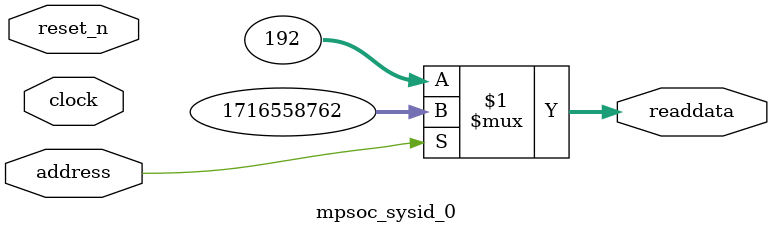
<source format=v>

`timescale 1ns / 1ps
// synthesis translate_on

// turn off superfluous verilog processor warnings 
// altera message_level Level1 
// altera message_off 10034 10035 10036 10037 10230 10240 10030 

module mpsoc_sysid_0 (
               // inputs:
                address,
                clock,
                reset_n,

               // outputs:
                readdata
             )
;

  output  [ 31: 0] readdata;
  input            address;
  input            clock;
  input            reset_n;

  wire    [ 31: 0] readdata;
  //control_slave, which is an e_avalon_slave
  assign readdata = address ? 1716558762 : 192;

endmodule




</source>
